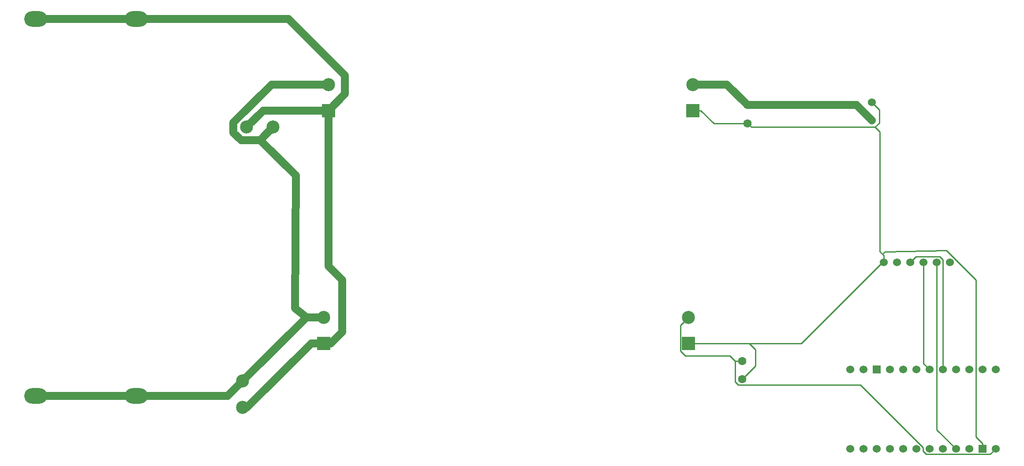
<source format=gbl>
G04 Layer: BottomLayer*
G04 EasyEDA v6.5.47, 2024-11-08 14:30:17*
G04 e3f94f1d11f1441e934d171a44e1a75b,b317b68cebba40d893488476fd38059a,10*
G04 Gerber Generator version 0.2*
G04 Scale: 100 percent, Rotated: No, Reflected: No *
G04 Dimensions in millimeters *
G04 leading zeros omitted , absolute positions ,4 integer and 5 decimal *
%FSLAX45Y45*%
%MOMM*%

%ADD10C,0.2540*%
%ADD11C,1.5000*%
%ADD12C,1.5240*%
%ADD13R,1.5240X1.5240*%
%ADD14C,2.5000*%
%ADD15C,1.6000*%
%ADD16O,4.3999912000000005X2.999994*%
%ADD17R,2.5000X2.5000*%

%LPD*%
D10*
X18666459Y-2242057D02*
G01*
X18719800Y-2197100D01*
X19890740Y-2171700D01*
X20459700Y-2740660D01*
X20459700Y-5750560D01*
X20586700Y-5877560D01*
X18527013Y195071D02*
G01*
X18618200Y103886D01*
X18618200Y-2193544D01*
X18666459Y-2242057D01*
X18694400Y-2400300D02*
G01*
X18694400Y-2269820D01*
X18666536Y-2241956D01*
D11*
X7607172Y-3455009D02*
G01*
X6383375Y-4678806D01*
X7940700Y-3455009D02*
G01*
X7607172Y-3455009D01*
X7607300Y-3454907D02*
G01*
X7391400Y-3276600D01*
X7404100Y-736092D01*
X6719824Y-51815D01*
X7820659Y-3955034D02*
G01*
X8071865Y-3955034D01*
X8293100Y-3733800D01*
X8293100Y-2736342D01*
X8029702Y-2472689D01*
X8029702Y515365D01*
X4343145Y2272284D02*
G01*
X7265415Y2272284D01*
X8343900Y1193800D01*
X8343900Y832104D01*
X8029702Y515365D01*
D10*
X14940788Y-3454907D02*
G01*
X14787625Y-3608070D01*
X14787625Y-4100576D01*
X14878050Y-4191000D01*
X15735300Y-4191000D01*
X15836900Y-4295394D01*
X15976600Y-4645405D02*
G01*
X16230600Y-4391405D01*
X16230600Y-4076700D01*
X16108883Y-3954983D01*
X16070275Y-3954983D01*
X19710400Y-2400300D02*
G01*
X19710400Y-5613400D01*
X20078700Y-5981700D01*
D11*
X18464301Y324688D02*
G01*
X18169483Y619505D01*
X16078200Y619505D01*
X15029586Y1015390D02*
G01*
X15682315Y1015390D01*
X16078200Y619505D01*
X8029600Y515416D02*
G01*
X6779285Y515416D01*
X6459093Y195224D01*
X7700645Y-3954983D02*
G01*
X6468821Y-5186806D01*
X6383375Y-5186806D01*
X2413203Y2272309D02*
G01*
X4343196Y2272309D01*
X7940700Y-3954983D02*
G01*
X7820685Y-3954983D01*
X7820685Y-3954983D02*
G01*
X7700645Y-3954983D01*
X8029600Y1015390D02*
G01*
X6938111Y1015390D01*
X6207506Y284784D01*
X6207506Y93218D01*
X6352641Y-51917D01*
X6719950Y-51917D01*
X6719950Y-51917D02*
G01*
X6967093Y195224D01*
X6383375Y-4678806D02*
G01*
X6097473Y-4964709D01*
X4343196Y-4964709D01*
X4343196Y-4964709D02*
G01*
X2413203Y-4964709D01*
D10*
X19202400Y-2400300D02*
G01*
X19312915Y-2289784D01*
X19766229Y-2289784D01*
X19824700Y-2348255D01*
X19824700Y-4457700D01*
X19456400Y-2400300D02*
G01*
X19456400Y-4343400D01*
X19570700Y-4457700D01*
X15029586Y515416D02*
G01*
X15182519Y515416D01*
X16070275Y-3954983D02*
G01*
X14940686Y-3954983D01*
X15182519Y515416D02*
G01*
X15428442Y269494D01*
X16078200Y269494D01*
X16078200Y269494D02*
G01*
X16152698Y194995D01*
X18527064Y194995D01*
X18527064Y194995D02*
G01*
X18606185Y274116D01*
X18606185Y532815D01*
X18464301Y674700D01*
X18694400Y-2400300D02*
G01*
X18666536Y-2400300D01*
X16070275Y-3954983D02*
G01*
X17111852Y-3954983D01*
X18666536Y-2400300D01*
X20586700Y-5981700D02*
G01*
X20586700Y-5877585D01*
X15836772Y-4295394D02*
G01*
X15836772Y-4697882D01*
X15894253Y-4755362D01*
X18240095Y-4755362D01*
X19443700Y-5958967D01*
X19443700Y-6022492D01*
X19507200Y-6085992D01*
X20736407Y-6085992D01*
X20840700Y-5981700D01*
X15836775Y-4295396D02*
G01*
X15976597Y-4295396D01*
X15976600Y-4295394D01*
D12*
G01*
X20840700Y-5981700D03*
D13*
G01*
X20586700Y-5981700D03*
D12*
G01*
X20332700Y-5981700D03*
G01*
X20078700Y-5981700D03*
G01*
X19824700Y-5981700D03*
G01*
X19570700Y-5981700D03*
G01*
X19316700Y-5981700D03*
G01*
X19062700Y-5981700D03*
G01*
X18808700Y-5981700D03*
G01*
X18554700Y-5981700D03*
G01*
X18300700Y-5981700D03*
G01*
X18046700Y-4457700D03*
G01*
X18300700Y-4457700D03*
D13*
G01*
X18554700Y-4457700D03*
D12*
G01*
X18808700Y-4457700D03*
G01*
X19062700Y-4457700D03*
G01*
X19316700Y-4457700D03*
G01*
X19570700Y-4457700D03*
G01*
X19824700Y-4457700D03*
G01*
X20078700Y-4457700D03*
G01*
X20332700Y-4457700D03*
G01*
X20586700Y-4457700D03*
G01*
X20840700Y-4457700D03*
G01*
X18046700Y-5981700D03*
D14*
G01*
X6967093Y195224D03*
G01*
X6459093Y195224D03*
D15*
G01*
X15976600Y-4645405D03*
G01*
X15976600Y-4295394D03*
D14*
G01*
X6383375Y-4678806D03*
G01*
X6383375Y-5186806D03*
D15*
G01*
X16078200Y269494D03*
G01*
X16078200Y619505D03*
D16*
G01*
X2413203Y-4964709D03*
G01*
X4343196Y-4964709D03*
G01*
X2413203Y2272309D03*
G01*
X4343196Y2272309D03*
D14*
G01*
X7940700Y-3455009D03*
D17*
G01*
X7940700Y-3954983D03*
G01*
X14940686Y-3954983D03*
D14*
G01*
X14940686Y-3455009D03*
G01*
X8029600Y1015390D03*
D17*
G01*
X8029600Y515416D03*
G01*
X15029586Y515416D03*
D14*
G01*
X15029586Y1015390D03*
D12*
G01*
X18694400Y-2400300D03*
G01*
X18948400Y-2400300D03*
G01*
X19202400Y-2400300D03*
G01*
X19456400Y-2400300D03*
G01*
X19710400Y-2400300D03*
G01*
X19964400Y-2400300D03*
G01*
X18464301Y324688D03*
G01*
X18464301Y674700D03*
M02*

</source>
